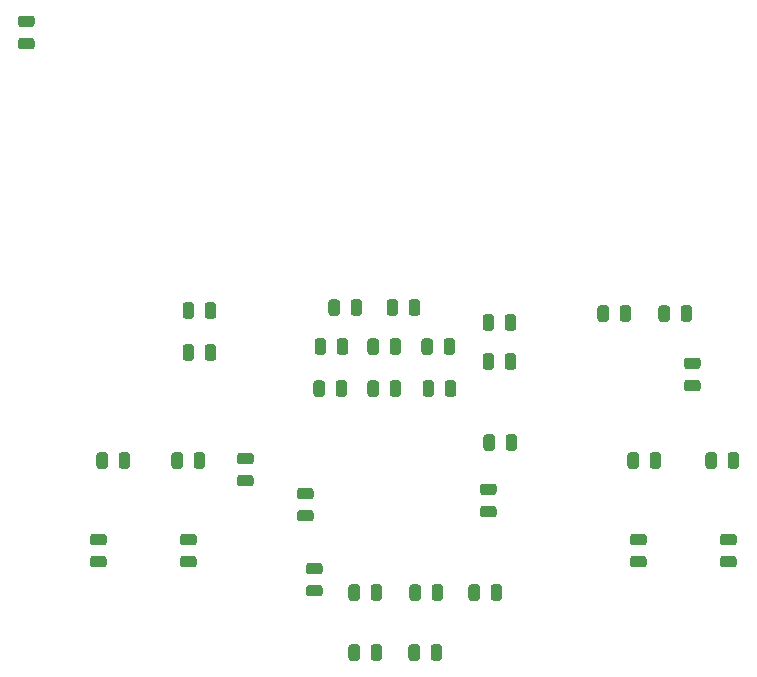
<source format=gbr>
%TF.GenerationSoftware,KiCad,Pcbnew,(5.1.6)-1*%
%TF.CreationDate,2020-08-05T10:29:03-07:00*%
%TF.ProjectId,vu_meter,76755f6d-6574-4657-922e-6b696361645f,rev?*%
%TF.SameCoordinates,Original*%
%TF.FileFunction,Paste,Top*%
%TF.FilePolarity,Positive*%
%FSLAX46Y46*%
G04 Gerber Fmt 4.6, Leading zero omitted, Abs format (unit mm)*
G04 Created by KiCad (PCBNEW (5.1.6)-1) date 2020-08-05 10:29:03*
%MOMM*%
%LPD*%
G01*
G04 APERTURE LIST*
G04 APERTURE END LIST*
%TO.C,R21*%
G36*
G01*
X98500250Y-82354000D02*
X97587750Y-82354000D01*
G75*
G02*
X97344000Y-82110250I0J243750D01*
G01*
X97344000Y-81622750D01*
G75*
G02*
X97587750Y-81379000I243750J0D01*
G01*
X98500250Y-81379000D01*
G75*
G02*
X98744000Y-81622750I0J-243750D01*
G01*
X98744000Y-82110250D01*
G75*
G02*
X98500250Y-82354000I-243750J0D01*
G01*
G37*
G36*
G01*
X98500250Y-84229000D02*
X97587750Y-84229000D01*
G75*
G02*
X97344000Y-83985250I0J243750D01*
G01*
X97344000Y-83497750D01*
G75*
G02*
X97587750Y-83254000I243750J0D01*
G01*
X98500250Y-83254000D01*
G75*
G02*
X98744000Y-83497750I0J-243750D01*
G01*
X98744000Y-83985250D01*
G75*
G02*
X98500250Y-84229000I-243750J0D01*
G01*
G37*
%TD*%
%TO.C,R20*%
G36*
G01*
X144220250Y-82354000D02*
X143307750Y-82354000D01*
G75*
G02*
X143064000Y-82110250I0J243750D01*
G01*
X143064000Y-81622750D01*
G75*
G02*
X143307750Y-81379000I243750J0D01*
G01*
X144220250Y-81379000D01*
G75*
G02*
X144464000Y-81622750I0J-243750D01*
G01*
X144464000Y-82110250D01*
G75*
G02*
X144220250Y-82354000I-243750J0D01*
G01*
G37*
G36*
G01*
X144220250Y-84229000D02*
X143307750Y-84229000D01*
G75*
G02*
X143064000Y-83985250I0J243750D01*
G01*
X143064000Y-83497750D01*
G75*
G02*
X143307750Y-83254000I243750J0D01*
G01*
X144220250Y-83254000D01*
G75*
G02*
X144464000Y-83497750I0J-243750D01*
G01*
X144464000Y-83985250D01*
G75*
G02*
X144220250Y-84229000I-243750J0D01*
G01*
G37*
%TD*%
%TO.C,R19*%
G36*
G01*
X106114000Y-75640250D02*
X106114000Y-74727750D01*
G75*
G02*
X106357750Y-74484000I243750J0D01*
G01*
X106845250Y-74484000D01*
G75*
G02*
X107089000Y-74727750I0J-243750D01*
G01*
X107089000Y-75640250D01*
G75*
G02*
X106845250Y-75884000I-243750J0D01*
G01*
X106357750Y-75884000D01*
G75*
G02*
X106114000Y-75640250I0J243750D01*
G01*
G37*
G36*
G01*
X104239000Y-75640250D02*
X104239000Y-74727750D01*
G75*
G02*
X104482750Y-74484000I243750J0D01*
G01*
X104970250Y-74484000D01*
G75*
G02*
X105214000Y-74727750I0J-243750D01*
G01*
X105214000Y-75640250D01*
G75*
G02*
X104970250Y-75884000I-243750J0D01*
G01*
X104482750Y-75884000D01*
G75*
G02*
X104239000Y-75640250I0J243750D01*
G01*
G37*
%TD*%
%TO.C,R18*%
G36*
G01*
X151326000Y-75640250D02*
X151326000Y-74727750D01*
G75*
G02*
X151569750Y-74484000I243750J0D01*
G01*
X152057250Y-74484000D01*
G75*
G02*
X152301000Y-74727750I0J-243750D01*
G01*
X152301000Y-75640250D01*
G75*
G02*
X152057250Y-75884000I-243750J0D01*
G01*
X151569750Y-75884000D01*
G75*
G02*
X151326000Y-75640250I0J243750D01*
G01*
G37*
G36*
G01*
X149451000Y-75640250D02*
X149451000Y-74727750D01*
G75*
G02*
X149694750Y-74484000I243750J0D01*
G01*
X150182250Y-74484000D01*
G75*
G02*
X150426000Y-74727750I0J-243750D01*
G01*
X150426000Y-75640250D01*
G75*
G02*
X150182250Y-75884000I-243750J0D01*
G01*
X149694750Y-75884000D01*
G75*
G02*
X149451000Y-75640250I0J243750D01*
G01*
G37*
%TD*%
%TO.C,R17*%
G36*
G01*
X99764000Y-75640250D02*
X99764000Y-74727750D01*
G75*
G02*
X100007750Y-74484000I243750J0D01*
G01*
X100495250Y-74484000D01*
G75*
G02*
X100739000Y-74727750I0J-243750D01*
G01*
X100739000Y-75640250D01*
G75*
G02*
X100495250Y-75884000I-243750J0D01*
G01*
X100007750Y-75884000D01*
G75*
G02*
X99764000Y-75640250I0J243750D01*
G01*
G37*
G36*
G01*
X97889000Y-75640250D02*
X97889000Y-74727750D01*
G75*
G02*
X98132750Y-74484000I243750J0D01*
G01*
X98620250Y-74484000D01*
G75*
G02*
X98864000Y-74727750I0J-243750D01*
G01*
X98864000Y-75640250D01*
G75*
G02*
X98620250Y-75884000I-243750J0D01*
G01*
X98132750Y-75884000D01*
G75*
G02*
X97889000Y-75640250I0J243750D01*
G01*
G37*
%TD*%
%TO.C,R16*%
G36*
G01*
X144722000Y-75640250D02*
X144722000Y-74727750D01*
G75*
G02*
X144965750Y-74484000I243750J0D01*
G01*
X145453250Y-74484000D01*
G75*
G02*
X145697000Y-74727750I0J-243750D01*
G01*
X145697000Y-75640250D01*
G75*
G02*
X145453250Y-75884000I-243750J0D01*
G01*
X144965750Y-75884000D01*
G75*
G02*
X144722000Y-75640250I0J243750D01*
G01*
G37*
G36*
G01*
X142847000Y-75640250D02*
X142847000Y-74727750D01*
G75*
G02*
X143090750Y-74484000I243750J0D01*
G01*
X143578250Y-74484000D01*
G75*
G02*
X143822000Y-74727750I0J-243750D01*
G01*
X143822000Y-75640250D01*
G75*
G02*
X143578250Y-75884000I-243750J0D01*
G01*
X143090750Y-75884000D01*
G75*
G02*
X142847000Y-75640250I0J243750D01*
G01*
G37*
%TD*%
%TO.C,R15*%
G36*
G01*
X121100000Y-86816250D02*
X121100000Y-85903750D01*
G75*
G02*
X121343750Y-85660000I243750J0D01*
G01*
X121831250Y-85660000D01*
G75*
G02*
X122075000Y-85903750I0J-243750D01*
G01*
X122075000Y-86816250D01*
G75*
G02*
X121831250Y-87060000I-243750J0D01*
G01*
X121343750Y-87060000D01*
G75*
G02*
X121100000Y-86816250I0J243750D01*
G01*
G37*
G36*
G01*
X119225000Y-86816250D02*
X119225000Y-85903750D01*
G75*
G02*
X119468750Y-85660000I243750J0D01*
G01*
X119956250Y-85660000D01*
G75*
G02*
X120200000Y-85903750I0J-243750D01*
G01*
X120200000Y-86816250D01*
G75*
G02*
X119956250Y-87060000I-243750J0D01*
G01*
X119468750Y-87060000D01*
G75*
G02*
X119225000Y-86816250I0J243750D01*
G01*
G37*
%TD*%
%TO.C,R14*%
G36*
G01*
X118130500Y-69544250D02*
X118130500Y-68631750D01*
G75*
G02*
X118374250Y-68388000I243750J0D01*
G01*
X118861750Y-68388000D01*
G75*
G02*
X119105500Y-68631750I0J-243750D01*
G01*
X119105500Y-69544250D01*
G75*
G02*
X118861750Y-69788000I-243750J0D01*
G01*
X118374250Y-69788000D01*
G75*
G02*
X118130500Y-69544250I0J243750D01*
G01*
G37*
G36*
G01*
X116255500Y-69544250D02*
X116255500Y-68631750D01*
G75*
G02*
X116499250Y-68388000I243750J0D01*
G01*
X116986750Y-68388000D01*
G75*
G02*
X117230500Y-68631750I0J-243750D01*
G01*
X117230500Y-69544250D01*
G75*
G02*
X116986750Y-69788000I-243750J0D01*
G01*
X116499250Y-69788000D01*
G75*
G02*
X116255500Y-69544250I0J243750D01*
G01*
G37*
%TD*%
%TO.C,R13*%
G36*
G01*
X125358500Y-85903750D02*
X125358500Y-86816250D01*
G75*
G02*
X125114750Y-87060000I-243750J0D01*
G01*
X124627250Y-87060000D01*
G75*
G02*
X124383500Y-86816250I0J243750D01*
G01*
X124383500Y-85903750D01*
G75*
G02*
X124627250Y-85660000I243750J0D01*
G01*
X125114750Y-85660000D01*
G75*
G02*
X125358500Y-85903750I0J-243750D01*
G01*
G37*
G36*
G01*
X127233500Y-85903750D02*
X127233500Y-86816250D01*
G75*
G02*
X126989750Y-87060000I-243750J0D01*
G01*
X126502250Y-87060000D01*
G75*
G02*
X126258500Y-86816250I0J243750D01*
G01*
X126258500Y-85903750D01*
G75*
G02*
X126502250Y-85660000I243750J0D01*
G01*
X126989750Y-85660000D01*
G75*
G02*
X127233500Y-85903750I0J-243750D01*
G01*
G37*
%TD*%
%TO.C,R12*%
G36*
G01*
X121802500Y-68631750D02*
X121802500Y-69544250D01*
G75*
G02*
X121558750Y-69788000I-243750J0D01*
G01*
X121071250Y-69788000D01*
G75*
G02*
X120827500Y-69544250I0J243750D01*
G01*
X120827500Y-68631750D01*
G75*
G02*
X121071250Y-68388000I243750J0D01*
G01*
X121558750Y-68388000D01*
G75*
G02*
X121802500Y-68631750I0J-243750D01*
G01*
G37*
G36*
G01*
X123677500Y-68631750D02*
X123677500Y-69544250D01*
G75*
G02*
X123433750Y-69788000I-243750J0D01*
G01*
X122946250Y-69788000D01*
G75*
G02*
X122702500Y-69544250I0J243750D01*
G01*
X122702500Y-68631750D01*
G75*
G02*
X122946250Y-68388000I243750J0D01*
G01*
X123433750Y-68388000D01*
G75*
G02*
X123677500Y-68631750I0J-243750D01*
G01*
G37*
%TD*%
%TO.C,R11*%
G36*
G01*
X110033750Y-76396000D02*
X110946250Y-76396000D01*
G75*
G02*
X111190000Y-76639750I0J-243750D01*
G01*
X111190000Y-77127250D01*
G75*
G02*
X110946250Y-77371000I-243750J0D01*
G01*
X110033750Y-77371000D01*
G75*
G02*
X109790000Y-77127250I0J243750D01*
G01*
X109790000Y-76639750D01*
G75*
G02*
X110033750Y-76396000I243750J0D01*
G01*
G37*
G36*
G01*
X110033750Y-74521000D02*
X110946250Y-74521000D01*
G75*
G02*
X111190000Y-74764750I0J-243750D01*
G01*
X111190000Y-75252250D01*
G75*
G02*
X110946250Y-75496000I-243750J0D01*
G01*
X110033750Y-75496000D01*
G75*
G02*
X109790000Y-75252250I0J243750D01*
G01*
X109790000Y-74764750D01*
G75*
G02*
X110033750Y-74521000I243750J0D01*
G01*
G37*
%TD*%
%TO.C,R10*%
G36*
G01*
X127274500Y-65988250D02*
X127274500Y-65075750D01*
G75*
G02*
X127518250Y-64832000I243750J0D01*
G01*
X128005750Y-64832000D01*
G75*
G02*
X128249500Y-65075750I0J-243750D01*
G01*
X128249500Y-65988250D01*
G75*
G02*
X128005750Y-66232000I-243750J0D01*
G01*
X127518250Y-66232000D01*
G75*
G02*
X127274500Y-65988250I0J243750D01*
G01*
G37*
G36*
G01*
X125399500Y-65988250D02*
X125399500Y-65075750D01*
G75*
G02*
X125643250Y-64832000I243750J0D01*
G01*
X126130750Y-64832000D01*
G75*
G02*
X126374500Y-65075750I0J-243750D01*
G01*
X126374500Y-65988250D01*
G75*
G02*
X126130750Y-66232000I-243750J0D01*
G01*
X125643250Y-66232000D01*
G75*
G02*
X125399500Y-65988250I0J243750D01*
G01*
G37*
%TD*%
%TO.C,R9*%
G36*
G01*
X122702500Y-65988250D02*
X122702500Y-65075750D01*
G75*
G02*
X122946250Y-64832000I243750J0D01*
G01*
X123433750Y-64832000D01*
G75*
G02*
X123677500Y-65075750I0J-243750D01*
G01*
X123677500Y-65988250D01*
G75*
G02*
X123433750Y-66232000I-243750J0D01*
G01*
X122946250Y-66232000D01*
G75*
G02*
X122702500Y-65988250I0J243750D01*
G01*
G37*
G36*
G01*
X120827500Y-65988250D02*
X120827500Y-65075750D01*
G75*
G02*
X121071250Y-64832000I243750J0D01*
G01*
X121558750Y-64832000D01*
G75*
G02*
X121802500Y-65075750I0J-243750D01*
G01*
X121802500Y-65988250D01*
G75*
G02*
X121558750Y-66232000I-243750J0D01*
G01*
X121071250Y-66232000D01*
G75*
G02*
X120827500Y-65988250I0J243750D01*
G01*
G37*
%TD*%
%TO.C,R8*%
G36*
G01*
X126180000Y-91896250D02*
X126180000Y-90983750D01*
G75*
G02*
X126423750Y-90740000I243750J0D01*
G01*
X126911250Y-90740000D01*
G75*
G02*
X127155000Y-90983750I0J-243750D01*
G01*
X127155000Y-91896250D01*
G75*
G02*
X126911250Y-92140000I-243750J0D01*
G01*
X126423750Y-92140000D01*
G75*
G02*
X126180000Y-91896250I0J243750D01*
G01*
G37*
G36*
G01*
X124305000Y-91896250D02*
X124305000Y-90983750D01*
G75*
G02*
X124548750Y-90740000I243750J0D01*
G01*
X125036250Y-90740000D01*
G75*
G02*
X125280000Y-90983750I0J-243750D01*
G01*
X125280000Y-91896250D01*
G75*
G02*
X125036250Y-92140000I-243750J0D01*
G01*
X124548750Y-92140000D01*
G75*
G02*
X124305000Y-91896250I0J243750D01*
G01*
G37*
%TD*%
%TO.C,R7*%
G36*
G01*
X121100000Y-91896250D02*
X121100000Y-90983750D01*
G75*
G02*
X121343750Y-90740000I243750J0D01*
G01*
X121831250Y-90740000D01*
G75*
G02*
X122075000Y-90983750I0J-243750D01*
G01*
X122075000Y-91896250D01*
G75*
G02*
X121831250Y-92140000I-243750J0D01*
G01*
X121343750Y-92140000D01*
G75*
G02*
X121100000Y-91896250I0J243750D01*
G01*
G37*
G36*
G01*
X119225000Y-91896250D02*
X119225000Y-90983750D01*
G75*
G02*
X119468750Y-90740000I243750J0D01*
G01*
X119956250Y-90740000D01*
G75*
G02*
X120200000Y-90983750I0J-243750D01*
G01*
X120200000Y-91896250D01*
G75*
G02*
X119956250Y-92140000I-243750J0D01*
G01*
X119468750Y-92140000D01*
G75*
G02*
X119225000Y-91896250I0J243750D01*
G01*
G37*
%TD*%
%TO.C,R6*%
G36*
G01*
X147879750Y-68346500D02*
X148792250Y-68346500D01*
G75*
G02*
X149036000Y-68590250I0J-243750D01*
G01*
X149036000Y-69077750D01*
G75*
G02*
X148792250Y-69321500I-243750J0D01*
G01*
X147879750Y-69321500D01*
G75*
G02*
X147636000Y-69077750I0J243750D01*
G01*
X147636000Y-68590250D01*
G75*
G02*
X147879750Y-68346500I243750J0D01*
G01*
G37*
G36*
G01*
X147879750Y-66471500D02*
X148792250Y-66471500D01*
G75*
G02*
X149036000Y-66715250I0J-243750D01*
G01*
X149036000Y-67202750D01*
G75*
G02*
X148792250Y-67446500I-243750J0D01*
G01*
X147879750Y-67446500D01*
G75*
G02*
X147636000Y-67202750I0J243750D01*
G01*
X147636000Y-66715250D01*
G75*
G02*
X147879750Y-66471500I243750J0D01*
G01*
G37*
%TD*%
%TO.C,R5*%
G36*
G01*
X117327500Y-65075750D02*
X117327500Y-65988250D01*
G75*
G02*
X117083750Y-66232000I-243750J0D01*
G01*
X116596250Y-66232000D01*
G75*
G02*
X116352500Y-65988250I0J243750D01*
G01*
X116352500Y-65075750D01*
G75*
G02*
X116596250Y-64832000I243750J0D01*
G01*
X117083750Y-64832000D01*
G75*
G02*
X117327500Y-65075750I0J-243750D01*
G01*
G37*
G36*
G01*
X119202500Y-65075750D02*
X119202500Y-65988250D01*
G75*
G02*
X118958750Y-66232000I-243750J0D01*
G01*
X118471250Y-66232000D01*
G75*
G02*
X118227500Y-65988250I0J243750D01*
G01*
X118227500Y-65075750D01*
G75*
G02*
X118471250Y-64832000I243750J0D01*
G01*
X118958750Y-64832000D01*
G75*
G02*
X119202500Y-65075750I0J-243750D01*
G01*
G37*
%TD*%
%TO.C,R4*%
G36*
G01*
X146440500Y-62281750D02*
X146440500Y-63194250D01*
G75*
G02*
X146196750Y-63438000I-243750J0D01*
G01*
X145709250Y-63438000D01*
G75*
G02*
X145465500Y-63194250I0J243750D01*
G01*
X145465500Y-62281750D01*
G75*
G02*
X145709250Y-62038000I243750J0D01*
G01*
X146196750Y-62038000D01*
G75*
G02*
X146440500Y-62281750I0J-243750D01*
G01*
G37*
G36*
G01*
X148315500Y-62281750D02*
X148315500Y-63194250D01*
G75*
G02*
X148071750Y-63438000I-243750J0D01*
G01*
X147584250Y-63438000D01*
G75*
G02*
X147340500Y-63194250I0J243750D01*
G01*
X147340500Y-62281750D01*
G75*
G02*
X147584250Y-62038000I243750J0D01*
G01*
X148071750Y-62038000D01*
G75*
G02*
X148315500Y-62281750I0J-243750D01*
G01*
G37*
%TD*%
%TO.C,R3*%
G36*
G01*
X142182000Y-63194250D02*
X142182000Y-62281750D01*
G75*
G02*
X142425750Y-62038000I243750J0D01*
G01*
X142913250Y-62038000D01*
G75*
G02*
X143157000Y-62281750I0J-243750D01*
G01*
X143157000Y-63194250D01*
G75*
G02*
X142913250Y-63438000I-243750J0D01*
G01*
X142425750Y-63438000D01*
G75*
G02*
X142182000Y-63194250I0J243750D01*
G01*
G37*
G36*
G01*
X140307000Y-63194250D02*
X140307000Y-62281750D01*
G75*
G02*
X140550750Y-62038000I243750J0D01*
G01*
X141038250Y-62038000D01*
G75*
G02*
X141282000Y-62281750I0J-243750D01*
G01*
X141282000Y-63194250D01*
G75*
G02*
X141038250Y-63438000I-243750J0D01*
G01*
X140550750Y-63438000D01*
G75*
G02*
X140307000Y-63194250I0J243750D01*
G01*
G37*
%TD*%
%TO.C,R2*%
G36*
G01*
X123423500Y-61773750D02*
X123423500Y-62686250D01*
G75*
G02*
X123179750Y-62930000I-243750J0D01*
G01*
X122692250Y-62930000D01*
G75*
G02*
X122448500Y-62686250I0J243750D01*
G01*
X122448500Y-61773750D01*
G75*
G02*
X122692250Y-61530000I243750J0D01*
G01*
X123179750Y-61530000D01*
G75*
G02*
X123423500Y-61773750I0J-243750D01*
G01*
G37*
G36*
G01*
X125298500Y-61773750D02*
X125298500Y-62686250D01*
G75*
G02*
X125054750Y-62930000I-243750J0D01*
G01*
X124567250Y-62930000D01*
G75*
G02*
X124323500Y-62686250I0J243750D01*
G01*
X124323500Y-61773750D01*
G75*
G02*
X124567250Y-61530000I243750J0D01*
G01*
X125054750Y-61530000D01*
G75*
G02*
X125298500Y-61773750I0J-243750D01*
G01*
G37*
%TD*%
%TO.C,R1*%
G36*
G01*
X119400500Y-62686250D02*
X119400500Y-61773750D01*
G75*
G02*
X119644250Y-61530000I243750J0D01*
G01*
X120131750Y-61530000D01*
G75*
G02*
X120375500Y-61773750I0J-243750D01*
G01*
X120375500Y-62686250D01*
G75*
G02*
X120131750Y-62930000I-243750J0D01*
G01*
X119644250Y-62930000D01*
G75*
G02*
X119400500Y-62686250I0J243750D01*
G01*
G37*
G36*
G01*
X117525500Y-62686250D02*
X117525500Y-61773750D01*
G75*
G02*
X117769250Y-61530000I243750J0D01*
G01*
X118256750Y-61530000D01*
G75*
G02*
X118500500Y-61773750I0J-243750D01*
G01*
X118500500Y-62686250D01*
G75*
G02*
X118256750Y-62930000I-243750J0D01*
G01*
X117769250Y-62930000D01*
G75*
G02*
X117525500Y-62686250I0J243750D01*
G01*
G37*
%TD*%
%TO.C,C13*%
G36*
G01*
X106120250Y-82354000D02*
X105207750Y-82354000D01*
G75*
G02*
X104964000Y-82110250I0J243750D01*
G01*
X104964000Y-81622750D01*
G75*
G02*
X105207750Y-81379000I243750J0D01*
G01*
X106120250Y-81379000D01*
G75*
G02*
X106364000Y-81622750I0J-243750D01*
G01*
X106364000Y-82110250D01*
G75*
G02*
X106120250Y-82354000I-243750J0D01*
G01*
G37*
G36*
G01*
X106120250Y-84229000D02*
X105207750Y-84229000D01*
G75*
G02*
X104964000Y-83985250I0J243750D01*
G01*
X104964000Y-83497750D01*
G75*
G02*
X105207750Y-83254000I243750J0D01*
G01*
X106120250Y-83254000D01*
G75*
G02*
X106364000Y-83497750I0J-243750D01*
G01*
X106364000Y-83985250D01*
G75*
G02*
X106120250Y-84229000I-243750J0D01*
G01*
G37*
%TD*%
%TO.C,C12*%
G36*
G01*
X151840250Y-82354000D02*
X150927750Y-82354000D01*
G75*
G02*
X150684000Y-82110250I0J243750D01*
G01*
X150684000Y-81622750D01*
G75*
G02*
X150927750Y-81379000I243750J0D01*
G01*
X151840250Y-81379000D01*
G75*
G02*
X152084000Y-81622750I0J-243750D01*
G01*
X152084000Y-82110250D01*
G75*
G02*
X151840250Y-82354000I-243750J0D01*
G01*
G37*
G36*
G01*
X151840250Y-84229000D02*
X150927750Y-84229000D01*
G75*
G02*
X150684000Y-83985250I0J243750D01*
G01*
X150684000Y-83497750D01*
G75*
G02*
X150927750Y-83254000I243750J0D01*
G01*
X151840250Y-83254000D01*
G75*
G02*
X152084000Y-83497750I0J-243750D01*
G01*
X152084000Y-83985250D01*
G75*
G02*
X151840250Y-84229000I-243750J0D01*
G01*
G37*
%TD*%
%TO.C,C11*%
G36*
G01*
X116788250Y-84815500D02*
X115875750Y-84815500D01*
G75*
G02*
X115632000Y-84571750I0J243750D01*
G01*
X115632000Y-84084250D01*
G75*
G02*
X115875750Y-83840500I243750J0D01*
G01*
X116788250Y-83840500D01*
G75*
G02*
X117032000Y-84084250I0J-243750D01*
G01*
X117032000Y-84571750D01*
G75*
G02*
X116788250Y-84815500I-243750J0D01*
G01*
G37*
G36*
G01*
X116788250Y-86690500D02*
X115875750Y-86690500D01*
G75*
G02*
X115632000Y-86446750I0J243750D01*
G01*
X115632000Y-85959250D01*
G75*
G02*
X115875750Y-85715500I243750J0D01*
G01*
X116788250Y-85715500D01*
G75*
G02*
X117032000Y-85959250I0J-243750D01*
G01*
X117032000Y-86446750D01*
G75*
G02*
X116788250Y-86690500I-243750J0D01*
G01*
G37*
%TD*%
%TO.C,C10*%
G36*
G01*
X132530000Y-74116250D02*
X132530000Y-73203750D01*
G75*
G02*
X132773750Y-72960000I243750J0D01*
G01*
X133261250Y-72960000D01*
G75*
G02*
X133505000Y-73203750I0J-243750D01*
G01*
X133505000Y-74116250D01*
G75*
G02*
X133261250Y-74360000I-243750J0D01*
G01*
X132773750Y-74360000D01*
G75*
G02*
X132530000Y-74116250I0J243750D01*
G01*
G37*
G36*
G01*
X130655000Y-74116250D02*
X130655000Y-73203750D01*
G75*
G02*
X130898750Y-72960000I243750J0D01*
G01*
X131386250Y-72960000D01*
G75*
G02*
X131630000Y-73203750I0J-243750D01*
G01*
X131630000Y-74116250D01*
G75*
G02*
X131386250Y-74360000I-243750J0D01*
G01*
X130898750Y-74360000D01*
G75*
G02*
X130655000Y-74116250I0J243750D01*
G01*
G37*
%TD*%
%TO.C,C9*%
G36*
G01*
X130360000Y-85903750D02*
X130360000Y-86816250D01*
G75*
G02*
X130116250Y-87060000I-243750J0D01*
G01*
X129628750Y-87060000D01*
G75*
G02*
X129385000Y-86816250I0J243750D01*
G01*
X129385000Y-85903750D01*
G75*
G02*
X129628750Y-85660000I243750J0D01*
G01*
X130116250Y-85660000D01*
G75*
G02*
X130360000Y-85903750I0J-243750D01*
G01*
G37*
G36*
G01*
X132235000Y-85903750D02*
X132235000Y-86816250D01*
G75*
G02*
X131991250Y-87060000I-243750J0D01*
G01*
X131503750Y-87060000D01*
G75*
G02*
X131260000Y-86816250I0J243750D01*
G01*
X131260000Y-85903750D01*
G75*
G02*
X131503750Y-85660000I243750J0D01*
G01*
X131991250Y-85660000D01*
G75*
G02*
X132235000Y-85903750I0J-243750D01*
G01*
G37*
%TD*%
%TO.C,C8*%
G36*
G01*
X126471500Y-68631750D02*
X126471500Y-69544250D01*
G75*
G02*
X126227750Y-69788000I-243750J0D01*
G01*
X125740250Y-69788000D01*
G75*
G02*
X125496500Y-69544250I0J243750D01*
G01*
X125496500Y-68631750D01*
G75*
G02*
X125740250Y-68388000I243750J0D01*
G01*
X126227750Y-68388000D01*
G75*
G02*
X126471500Y-68631750I0J-243750D01*
G01*
G37*
G36*
G01*
X128346500Y-68631750D02*
X128346500Y-69544250D01*
G75*
G02*
X128102750Y-69788000I-243750J0D01*
G01*
X127615250Y-69788000D01*
G75*
G02*
X127371500Y-69544250I0J243750D01*
G01*
X127371500Y-68631750D01*
G75*
G02*
X127615250Y-68388000I243750J0D01*
G01*
X128102750Y-68388000D01*
G75*
G02*
X128346500Y-68631750I0J-243750D01*
G01*
G37*
%TD*%
%TO.C,C7*%
G36*
G01*
X115113750Y-79365500D02*
X116026250Y-79365500D01*
G75*
G02*
X116270000Y-79609250I0J-243750D01*
G01*
X116270000Y-80096750D01*
G75*
G02*
X116026250Y-80340500I-243750J0D01*
G01*
X115113750Y-80340500D01*
G75*
G02*
X114870000Y-80096750I0J243750D01*
G01*
X114870000Y-79609250D01*
G75*
G02*
X115113750Y-79365500I243750J0D01*
G01*
G37*
G36*
G01*
X115113750Y-77490500D02*
X116026250Y-77490500D01*
G75*
G02*
X116270000Y-77734250I0J-243750D01*
G01*
X116270000Y-78221750D01*
G75*
G02*
X116026250Y-78465500I-243750J0D01*
G01*
X115113750Y-78465500D01*
G75*
G02*
X114870000Y-78221750I0J243750D01*
G01*
X114870000Y-77734250D01*
G75*
G02*
X115113750Y-77490500I243750J0D01*
G01*
G37*
%TD*%
%TO.C,C6*%
G36*
G01*
X130607750Y-79014500D02*
X131520250Y-79014500D01*
G75*
G02*
X131764000Y-79258250I0J-243750D01*
G01*
X131764000Y-79745750D01*
G75*
G02*
X131520250Y-79989500I-243750J0D01*
G01*
X130607750Y-79989500D01*
G75*
G02*
X130364000Y-79745750I0J243750D01*
G01*
X130364000Y-79258250D01*
G75*
G02*
X130607750Y-79014500I243750J0D01*
G01*
G37*
G36*
G01*
X130607750Y-77139500D02*
X131520250Y-77139500D01*
G75*
G02*
X131764000Y-77383250I0J-243750D01*
G01*
X131764000Y-77870750D01*
G75*
G02*
X131520250Y-78114500I-243750J0D01*
G01*
X130607750Y-78114500D01*
G75*
G02*
X130364000Y-77870750I0J243750D01*
G01*
X130364000Y-77383250D01*
G75*
G02*
X130607750Y-77139500I243750J0D01*
G01*
G37*
%TD*%
%TO.C,C5*%
G36*
G01*
X131551500Y-66345750D02*
X131551500Y-67258250D01*
G75*
G02*
X131307750Y-67502000I-243750J0D01*
G01*
X130820250Y-67502000D01*
G75*
G02*
X130576500Y-67258250I0J243750D01*
G01*
X130576500Y-66345750D01*
G75*
G02*
X130820250Y-66102000I243750J0D01*
G01*
X131307750Y-66102000D01*
G75*
G02*
X131551500Y-66345750I0J-243750D01*
G01*
G37*
G36*
G01*
X133426500Y-66345750D02*
X133426500Y-67258250D01*
G75*
G02*
X133182750Y-67502000I-243750J0D01*
G01*
X132695250Y-67502000D01*
G75*
G02*
X132451500Y-67258250I0J243750D01*
G01*
X132451500Y-66345750D01*
G75*
G02*
X132695250Y-66102000I243750J0D01*
G01*
X133182750Y-66102000D01*
G75*
G02*
X133426500Y-66345750I0J-243750D01*
G01*
G37*
%TD*%
%TO.C,C4*%
G36*
G01*
X106151500Y-62027750D02*
X106151500Y-62940250D01*
G75*
G02*
X105907750Y-63184000I-243750J0D01*
G01*
X105420250Y-63184000D01*
G75*
G02*
X105176500Y-62940250I0J243750D01*
G01*
X105176500Y-62027750D01*
G75*
G02*
X105420250Y-61784000I243750J0D01*
G01*
X105907750Y-61784000D01*
G75*
G02*
X106151500Y-62027750I0J-243750D01*
G01*
G37*
G36*
G01*
X108026500Y-62027750D02*
X108026500Y-62940250D01*
G75*
G02*
X107782750Y-63184000I-243750J0D01*
G01*
X107295250Y-63184000D01*
G75*
G02*
X107051500Y-62940250I0J243750D01*
G01*
X107051500Y-62027750D01*
G75*
G02*
X107295250Y-61784000I243750J0D01*
G01*
X107782750Y-61784000D01*
G75*
G02*
X108026500Y-62027750I0J-243750D01*
G01*
G37*
%TD*%
%TO.C,C3*%
G36*
G01*
X91491750Y-39390500D02*
X92404250Y-39390500D01*
G75*
G02*
X92648000Y-39634250I0J-243750D01*
G01*
X92648000Y-40121750D01*
G75*
G02*
X92404250Y-40365500I-243750J0D01*
G01*
X91491750Y-40365500D01*
G75*
G02*
X91248000Y-40121750I0J243750D01*
G01*
X91248000Y-39634250D01*
G75*
G02*
X91491750Y-39390500I243750J0D01*
G01*
G37*
G36*
G01*
X91491750Y-37515500D02*
X92404250Y-37515500D01*
G75*
G02*
X92648000Y-37759250I0J-243750D01*
G01*
X92648000Y-38246750D01*
G75*
G02*
X92404250Y-38490500I-243750J0D01*
G01*
X91491750Y-38490500D01*
G75*
G02*
X91248000Y-38246750I0J243750D01*
G01*
X91248000Y-37759250D01*
G75*
G02*
X91491750Y-37515500I243750J0D01*
G01*
G37*
%TD*%
%TO.C,C2*%
G36*
G01*
X131551500Y-63043750D02*
X131551500Y-63956250D01*
G75*
G02*
X131307750Y-64200000I-243750J0D01*
G01*
X130820250Y-64200000D01*
G75*
G02*
X130576500Y-63956250I0J243750D01*
G01*
X130576500Y-63043750D01*
G75*
G02*
X130820250Y-62800000I243750J0D01*
G01*
X131307750Y-62800000D01*
G75*
G02*
X131551500Y-63043750I0J-243750D01*
G01*
G37*
G36*
G01*
X133426500Y-63043750D02*
X133426500Y-63956250D01*
G75*
G02*
X133182750Y-64200000I-243750J0D01*
G01*
X132695250Y-64200000D01*
G75*
G02*
X132451500Y-63956250I0J243750D01*
G01*
X132451500Y-63043750D01*
G75*
G02*
X132695250Y-62800000I243750J0D01*
G01*
X133182750Y-62800000D01*
G75*
G02*
X133426500Y-63043750I0J-243750D01*
G01*
G37*
%TD*%
%TO.C,C1*%
G36*
G01*
X106151500Y-65583750D02*
X106151500Y-66496250D01*
G75*
G02*
X105907750Y-66740000I-243750J0D01*
G01*
X105420250Y-66740000D01*
G75*
G02*
X105176500Y-66496250I0J243750D01*
G01*
X105176500Y-65583750D01*
G75*
G02*
X105420250Y-65340000I243750J0D01*
G01*
X105907750Y-65340000D01*
G75*
G02*
X106151500Y-65583750I0J-243750D01*
G01*
G37*
G36*
G01*
X108026500Y-65583750D02*
X108026500Y-66496250D01*
G75*
G02*
X107782750Y-66740000I-243750J0D01*
G01*
X107295250Y-66740000D01*
G75*
G02*
X107051500Y-66496250I0J243750D01*
G01*
X107051500Y-65583750D01*
G75*
G02*
X107295250Y-65340000I243750J0D01*
G01*
X107782750Y-65340000D01*
G75*
G02*
X108026500Y-65583750I0J-243750D01*
G01*
G37*
%TD*%
M02*

</source>
